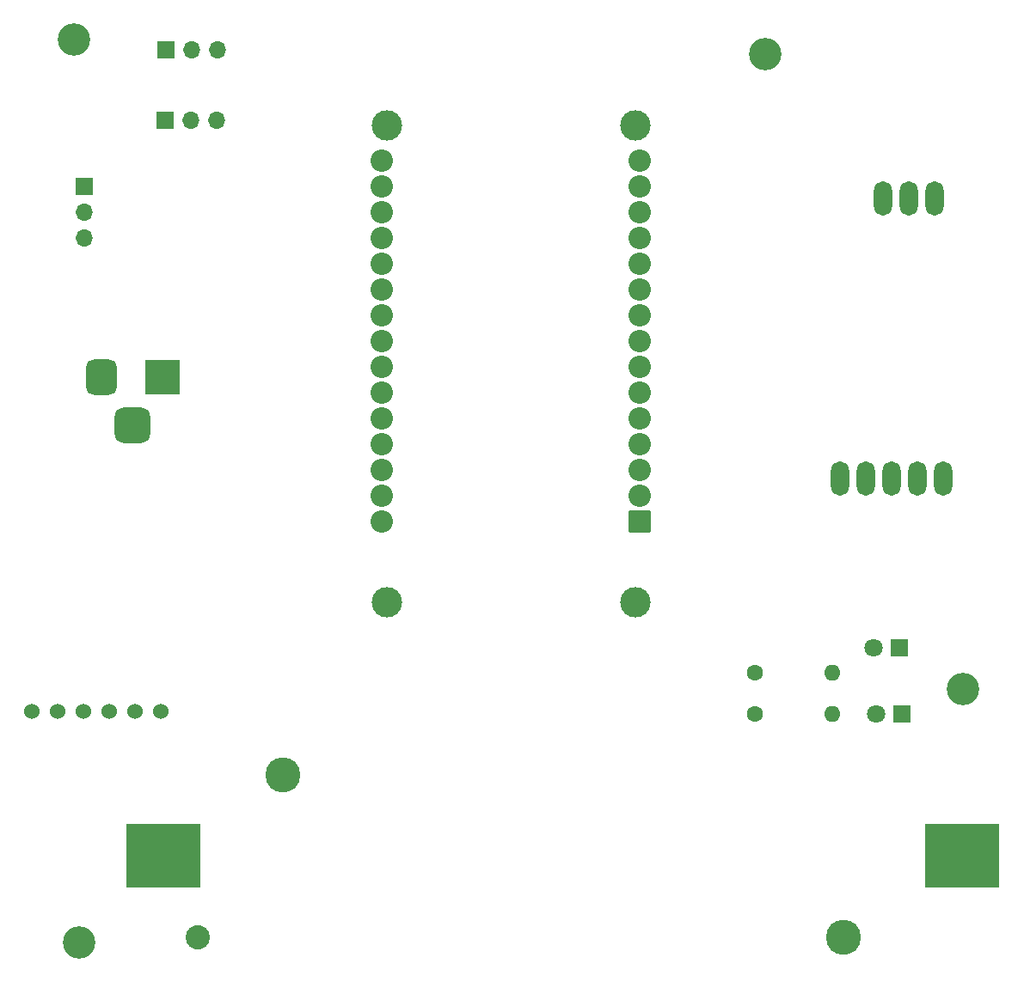
<source format=gbr>
%TF.GenerationSoftware,KiCad,Pcbnew,8.0.4*%
%TF.CreationDate,2024-08-28T09:39:43-06:00*%
%TF.ProjectId,ClonadorDeSe_alesEsp32,436c6f6e-6164-46f7-9244-655365f1616c,rev?*%
%TF.SameCoordinates,Original*%
%TF.FileFunction,Soldermask,Bot*%
%TF.FilePolarity,Negative*%
%FSLAX46Y46*%
G04 Gerber Fmt 4.6, Leading zero omitted, Abs format (unit mm)*
G04 Created by KiCad (PCBNEW 8.0.4) date 2024-08-28 09:39:43*
%MOMM*%
%LPD*%
G01*
G04 APERTURE LIST*
G04 Aperture macros list*
%AMRoundRect*
0 Rectangle with rounded corners*
0 $1 Rounding radius*
0 $2 $3 $4 $5 $6 $7 $8 $9 X,Y pos of 4 corners*
0 Add a 4 corners polygon primitive as box body*
4,1,4,$2,$3,$4,$5,$6,$7,$8,$9,$2,$3,0*
0 Add four circle primitives for the rounded corners*
1,1,$1+$1,$2,$3*
1,1,$1+$1,$4,$5*
1,1,$1+$1,$6,$7*
1,1,$1+$1,$8,$9*
0 Add four rect primitives between the rounded corners*
20,1,$1+$1,$2,$3,$4,$5,0*
20,1,$1+$1,$4,$5,$6,$7,0*
20,1,$1+$1,$6,$7,$8,$9,0*
20,1,$1+$1,$8,$9,$2,$3,0*%
G04 Aperture macros list end*
%ADD10C,3.200000*%
%ADD11R,1.700000X1.700000*%
%ADD12O,1.700000X1.700000*%
%ADD13C,1.524000*%
%ADD14C,1.600000*%
%ADD15O,1.600000X1.600000*%
%ADD16R,3.500000X3.500000*%
%ADD17RoundRect,0.750000X-0.750000X-1.000000X0.750000X-1.000000X0.750000X1.000000X-0.750000X1.000000X0*%
%ADD18RoundRect,0.875000X-0.875000X-0.875000X0.875000X-0.875000X0.875000X0.875000X-0.875000X0.875000X0*%
%ADD19R,1.800000X1.800000*%
%ADD20C,1.800000*%
%ADD21C,3.000000*%
%ADD22RoundRect,0.102000X1.000000X1.000000X-1.000000X1.000000X-1.000000X-1.000000X1.000000X-1.000000X0*%
%ADD23C,2.204000*%
%ADD24C,2.390000*%
%ADD25C,3.450000*%
%ADD26R,7.340000X6.350000*%
%ADD27O,1.804000X3.404000*%
G04 APERTURE END LIST*
D10*
%TO.C,MH 3.2mm M3*%
X80500000Y-46000000D03*
%TD*%
D11*
%TO.C,Servo2*%
X89420000Y-54000000D03*
D12*
X91960000Y-54000000D03*
X94500000Y-54000000D03*
%TD*%
D13*
%TO.C,MH-CD42*%
X76340000Y-112230000D03*
X78880000Y-112230000D03*
X81420000Y-112230000D03*
X83960000Y-112230000D03*
X86500000Y-112230000D03*
X89040000Y-112230000D03*
%TD*%
D11*
%TO.C,Servo1*%
X89500000Y-47000000D03*
D12*
X92040000Y-47000000D03*
X94580000Y-47000000D03*
%TD*%
D14*
%TO.C,R1*%
X147500000Y-108450000D03*
D15*
X155120000Y-108450000D03*
%TD*%
D16*
%TO.C,EntradaJack*%
X89190000Y-79300000D03*
D17*
X83190000Y-79300000D03*
D18*
X86190000Y-84000000D03*
%TD*%
D14*
%TO.C,R2*%
X147500000Y-112500000D03*
D15*
X155120000Y-112500000D03*
%TD*%
D10*
%TO.C,MH 3.2mm M3*%
X148500000Y-47500000D03*
%TD*%
%TO.C,MH 3.2mm M3*%
X81000000Y-135000000D03*
%TD*%
%TO.C,MH 3.2mm M3*%
X168000000Y-110000000D03*
%TD*%
D19*
%TO.C,D1*%
X161775000Y-106000000D03*
D20*
X159235000Y-106000000D03*
%TD*%
D19*
%TO.C,D2*%
X162000000Y-112500000D03*
D20*
X159460000Y-112500000D03*
%TD*%
D11*
%TO.C,Zumbador*%
X81500000Y-60500000D03*
D12*
X81500000Y-63040000D03*
X81500000Y-65580000D03*
%TD*%
D21*
%TO.C,ESP32-DevKit1*%
X135780000Y-101475000D03*
X135780000Y-54525000D03*
X111270000Y-101475000D03*
X111270000Y-54525000D03*
D22*
X136200000Y-93515000D03*
D23*
X136200000Y-90975000D03*
X136200000Y-88435000D03*
X136200000Y-85895000D03*
X136200000Y-83355000D03*
X136200000Y-80815000D03*
X136200000Y-78275000D03*
X136200000Y-75735000D03*
X136200000Y-73195000D03*
X136200000Y-70655000D03*
X136200000Y-68115000D03*
X136200000Y-65575000D03*
X136200000Y-63035000D03*
X136200000Y-60495000D03*
X136200000Y-57955000D03*
X110800000Y-57955000D03*
X110800000Y-60495000D03*
X110800000Y-63035000D03*
X110800000Y-65575000D03*
X110800000Y-68115000D03*
X110800000Y-70655000D03*
X110800000Y-73195000D03*
X110800000Y-75735000D03*
X110800000Y-78275000D03*
X110800000Y-80815000D03*
X110800000Y-83355000D03*
X110800000Y-85895000D03*
X110800000Y-88435000D03*
X110800000Y-90975000D03*
X110800000Y-93515000D03*
%TD*%
D24*
%TO.C,Bateria 18650*%
X92670000Y-134500000D03*
D25*
X101000000Y-118500000D03*
X156200000Y-134500000D03*
D26*
X89270000Y-126500000D03*
X167930000Y-126500000D03*
%TD*%
D27*
%TO.C,HC-12*%
X165240000Y-61700000D03*
X162700000Y-61700000D03*
X160160000Y-61700000D03*
X155920000Y-89300000D03*
X158460000Y-89300000D03*
X161000000Y-89300000D03*
X163540000Y-89300000D03*
X166080000Y-89300000D03*
%TD*%
M02*

</source>
